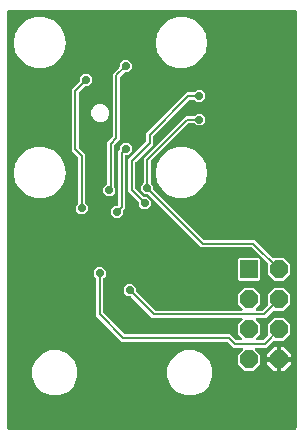
<source format=gbr>
G04 EAGLE Gerber RS-274X export*
G75*
%MOMM*%
%FSLAX34Y34*%
%LPD*%
%INBottom Copper*%
%IPPOS*%
%AMOC8*
5,1,8,0,0,1.08239X$1,22.5*%
G01*
%ADD10R,1.524000X1.524000*%
%ADD11P,1.649562X8X292.500000*%
%ADD12P,0.654629X8X22.500000*%
%ADD13C,0.203200*%

G36*
X246502Y2549D02*
X246502Y2549D01*
X246560Y2547D01*
X246642Y2569D01*
X246726Y2581D01*
X246779Y2604D01*
X246835Y2619D01*
X246908Y2662D01*
X246985Y2697D01*
X247030Y2735D01*
X247080Y2764D01*
X247138Y2826D01*
X247202Y2880D01*
X247234Y2929D01*
X247274Y2972D01*
X247313Y3047D01*
X247360Y3117D01*
X247377Y3173D01*
X247404Y3225D01*
X247415Y3293D01*
X247445Y3388D01*
X247448Y3488D01*
X247459Y3556D01*
X247459Y356444D01*
X247451Y356502D01*
X247453Y356560D01*
X247431Y356642D01*
X247419Y356726D01*
X247396Y356779D01*
X247381Y356835D01*
X247338Y356908D01*
X247303Y356985D01*
X247265Y357030D01*
X247236Y357080D01*
X247174Y357138D01*
X247120Y357202D01*
X247071Y357234D01*
X247028Y357274D01*
X246953Y357313D01*
X246883Y357360D01*
X246827Y357377D01*
X246775Y357404D01*
X246707Y357415D01*
X246612Y357445D01*
X246512Y357448D01*
X246444Y357459D01*
X3556Y357459D01*
X3498Y357451D01*
X3440Y357453D01*
X3358Y357431D01*
X3274Y357419D01*
X3221Y357396D01*
X3165Y357381D01*
X3092Y357338D01*
X3015Y357303D01*
X2970Y357265D01*
X2920Y357236D01*
X2862Y357174D01*
X2798Y357120D01*
X2766Y357071D01*
X2726Y357028D01*
X2687Y356953D01*
X2640Y356883D01*
X2623Y356827D01*
X2596Y356775D01*
X2585Y356707D01*
X2555Y356612D01*
X2552Y356512D01*
X2541Y356444D01*
X2541Y3556D01*
X2549Y3498D01*
X2547Y3440D01*
X2569Y3358D01*
X2581Y3274D01*
X2604Y3221D01*
X2619Y3165D01*
X2662Y3092D01*
X2697Y3015D01*
X2735Y2970D01*
X2764Y2920D01*
X2826Y2862D01*
X2880Y2798D01*
X2929Y2766D01*
X2972Y2726D01*
X3047Y2687D01*
X3117Y2640D01*
X3173Y2623D01*
X3225Y2596D01*
X3293Y2585D01*
X3388Y2555D01*
X3488Y2552D01*
X3556Y2541D01*
X246444Y2541D01*
X246502Y2549D01*
G37*
%LPC*%
G36*
X203302Y52247D02*
X203302Y52247D01*
X197647Y57902D01*
X197647Y65898D01*
X201967Y70218D01*
X201985Y70242D01*
X202007Y70261D01*
X202070Y70355D01*
X202138Y70445D01*
X202148Y70473D01*
X202165Y70497D01*
X202199Y70605D01*
X202239Y70711D01*
X202242Y70740D01*
X202251Y70768D01*
X202253Y70882D01*
X202263Y70994D01*
X202257Y71023D01*
X202258Y71052D01*
X202229Y71162D01*
X202207Y71273D01*
X202193Y71299D01*
X202186Y71327D01*
X202128Y71425D01*
X202076Y71525D01*
X202056Y71547D01*
X202041Y71572D01*
X201958Y71649D01*
X201880Y71731D01*
X201855Y71746D01*
X201833Y71766D01*
X201733Y71818D01*
X201635Y71875D01*
X201606Y71882D01*
X201580Y71896D01*
X201503Y71909D01*
X201359Y71945D01*
X201297Y71943D01*
X201249Y71951D01*
X193737Y71951D01*
X189035Y76654D01*
X188965Y76706D01*
X188901Y76766D01*
X188851Y76792D01*
X188807Y76825D01*
X188726Y76856D01*
X188648Y76896D01*
X188600Y76904D01*
X188542Y76926D01*
X188394Y76938D01*
X188317Y76951D01*
X99710Y76951D01*
X77901Y98760D01*
X77901Y130477D01*
X77893Y130533D01*
X77895Y130579D01*
X77888Y130605D01*
X77886Y130651D01*
X77869Y130704D01*
X77861Y130758D01*
X77828Y130832D01*
X77823Y130854D01*
X77818Y130861D01*
X77799Y130921D01*
X77771Y130961D01*
X77745Y131018D01*
X77678Y131097D01*
X77678Y131098D01*
X77676Y131099D01*
X77649Y131131D01*
X77604Y131195D01*
X75893Y132905D01*
X75893Y137095D01*
X78855Y140057D01*
X83045Y140057D01*
X86007Y137095D01*
X86007Y132905D01*
X84296Y131195D01*
X84244Y131125D01*
X84184Y131061D01*
X84158Y131012D01*
X84125Y130968D01*
X84102Y130906D01*
X84098Y130901D01*
X84093Y130884D01*
X84054Y130808D01*
X84046Y130760D01*
X84024Y130702D01*
X84020Y130653D01*
X84013Y130630D01*
X84011Y130548D01*
X83999Y130477D01*
X83999Y101706D01*
X84011Y101619D01*
X84014Y101532D01*
X84031Y101479D01*
X84039Y101424D01*
X84074Y101345D01*
X84101Y101261D01*
X84129Y101222D01*
X84155Y101165D01*
X84251Y101052D01*
X84296Y100988D01*
X101938Y83346D01*
X102008Y83294D01*
X102072Y83234D01*
X102121Y83208D01*
X102165Y83175D01*
X102247Y83144D01*
X102325Y83104D01*
X102372Y83096D01*
X102431Y83074D01*
X102579Y83062D01*
X102656Y83049D01*
X191263Y83049D01*
X195965Y78346D01*
X196035Y78294D01*
X196099Y78234D01*
X196149Y78208D01*
X196193Y78175D01*
X196274Y78144D01*
X196352Y78104D01*
X196400Y78096D01*
X196458Y78074D01*
X196606Y78062D01*
X196683Y78049D01*
X200449Y78049D01*
X200478Y78053D01*
X200508Y78050D01*
X200619Y78073D01*
X200731Y78089D01*
X200757Y78101D01*
X200786Y78106D01*
X200887Y78158D01*
X200990Y78205D01*
X201013Y78224D01*
X201039Y78237D01*
X201121Y78315D01*
X201207Y78388D01*
X201223Y78413D01*
X201245Y78433D01*
X201302Y78531D01*
X201365Y78625D01*
X201374Y78653D01*
X201388Y78678D01*
X201416Y78788D01*
X201451Y78896D01*
X201451Y78926D01*
X201458Y78954D01*
X201455Y79067D01*
X201458Y79180D01*
X201450Y79209D01*
X201449Y79238D01*
X201415Y79346D01*
X201386Y79455D01*
X201371Y79481D01*
X201362Y79509D01*
X201316Y79572D01*
X201241Y79700D01*
X201195Y79743D01*
X201167Y79782D01*
X197647Y83302D01*
X197647Y91298D01*
X201567Y95218D01*
X201585Y95242D01*
X201607Y95261D01*
X201670Y95355D01*
X201738Y95445D01*
X201748Y95473D01*
X201765Y95497D01*
X201799Y95605D01*
X201839Y95711D01*
X201842Y95740D01*
X201851Y95768D01*
X201853Y95882D01*
X201863Y95994D01*
X201857Y96023D01*
X201858Y96052D01*
X201829Y96162D01*
X201807Y96273D01*
X201793Y96299D01*
X201786Y96327D01*
X201728Y96425D01*
X201676Y96525D01*
X201656Y96547D01*
X201641Y96572D01*
X201558Y96649D01*
X201480Y96731D01*
X201455Y96746D01*
X201433Y96766D01*
X201333Y96818D01*
X201235Y96875D01*
X201206Y96882D01*
X201180Y96896D01*
X201103Y96909D01*
X200959Y96945D01*
X200897Y96943D01*
X200849Y96951D01*
X125417Y96951D01*
X107393Y114976D01*
X107323Y115029D01*
X107259Y115089D01*
X107209Y115114D01*
X107165Y115147D01*
X107084Y115178D01*
X107006Y115218D01*
X106958Y115226D01*
X106900Y115248D01*
X106752Y115261D01*
X106675Y115274D01*
X104255Y115274D01*
X101293Y118236D01*
X101293Y122425D01*
X104255Y125387D01*
X108445Y125387D01*
X111407Y122425D01*
X111407Y120006D01*
X111419Y119919D01*
X111422Y119832D01*
X111439Y119779D01*
X111447Y119724D01*
X111482Y119644D01*
X111509Y119561D01*
X111537Y119522D01*
X111563Y119465D01*
X111659Y119351D01*
X111704Y119288D01*
X127646Y103346D01*
X127716Y103294D01*
X127779Y103234D01*
X127829Y103208D01*
X127873Y103175D01*
X127955Y103144D01*
X128033Y103104D01*
X128080Y103096D01*
X128139Y103074D01*
X128286Y103062D01*
X128364Y103049D01*
X200849Y103049D01*
X200878Y103053D01*
X200908Y103050D01*
X201019Y103073D01*
X201131Y103089D01*
X201157Y103101D01*
X201186Y103106D01*
X201287Y103158D01*
X201390Y103205D01*
X201413Y103224D01*
X201439Y103237D01*
X201521Y103315D01*
X201607Y103388D01*
X201623Y103413D01*
X201645Y103433D01*
X201702Y103531D01*
X201765Y103625D01*
X201774Y103653D01*
X201788Y103678D01*
X201816Y103788D01*
X201851Y103896D01*
X201851Y103926D01*
X201858Y103954D01*
X201855Y104067D01*
X201858Y104180D01*
X201850Y104209D01*
X201849Y104238D01*
X201815Y104346D01*
X201786Y104455D01*
X201771Y104481D01*
X201762Y104509D01*
X201716Y104572D01*
X201641Y104700D01*
X201639Y104701D01*
X201639Y104702D01*
X201595Y104743D01*
X201567Y104782D01*
X197647Y108702D01*
X197647Y116698D01*
X203302Y122353D01*
X211298Y122353D01*
X216953Y116698D01*
X216953Y108702D01*
X213033Y104782D01*
X213016Y104759D01*
X212995Y104741D01*
X212994Y104741D01*
X212993Y104739D01*
X212930Y104645D01*
X212862Y104555D01*
X212852Y104527D01*
X212835Y104503D01*
X212801Y104395D01*
X212761Y104289D01*
X212758Y104260D01*
X212749Y104232D01*
X212747Y104118D01*
X212737Y104006D01*
X212743Y103977D01*
X212742Y103948D01*
X212771Y103838D01*
X212793Y103727D01*
X212807Y103701D01*
X212814Y103673D01*
X212872Y103575D01*
X212924Y103475D01*
X212944Y103453D01*
X212959Y103428D01*
X213042Y103351D01*
X213120Y103269D01*
X213145Y103254D01*
X213167Y103234D01*
X213267Y103182D01*
X213365Y103125D01*
X213394Y103118D01*
X213420Y103104D01*
X213497Y103091D01*
X213641Y103055D01*
X213703Y103057D01*
X213751Y103049D01*
X218317Y103049D01*
X218403Y103061D01*
X218491Y103064D01*
X218543Y103081D01*
X218598Y103089D01*
X218678Y103124D01*
X218761Y103151D01*
X218800Y103179D01*
X218858Y103205D01*
X218971Y103301D01*
X219035Y103346D01*
X223001Y107312D01*
X223036Y107359D01*
X223078Y107399D01*
X223121Y107472D01*
X223172Y107540D01*
X223193Y107594D01*
X223222Y107645D01*
X223243Y107726D01*
X223273Y107805D01*
X223278Y107863D01*
X223292Y107920D01*
X223290Y108005D01*
X223297Y108089D01*
X223285Y108146D01*
X223283Y108204D01*
X223257Y108285D01*
X223241Y108367D01*
X223214Y108419D01*
X223196Y108475D01*
X223156Y108531D01*
X223110Y108620D01*
X223047Y108685D01*
X223047Y116698D01*
X228702Y122353D01*
X236698Y122353D01*
X242353Y116698D01*
X242353Y108702D01*
X236698Y103047D01*
X228691Y103047D01*
X228661Y103078D01*
X228588Y103121D01*
X228521Y103172D01*
X228466Y103193D01*
X228416Y103222D01*
X228334Y103243D01*
X228255Y103273D01*
X228197Y103278D01*
X228140Y103292D01*
X228056Y103290D01*
X227972Y103297D01*
X227915Y103285D01*
X227856Y103283D01*
X227776Y103257D01*
X227693Y103241D01*
X227641Y103214D01*
X227586Y103196D01*
X227530Y103156D01*
X227441Y103110D01*
X227369Y103041D01*
X227312Y103001D01*
X223346Y99035D01*
X223346Y99034D01*
X221263Y96951D01*
X213751Y96951D01*
X213722Y96947D01*
X213692Y96950D01*
X213581Y96927D01*
X213469Y96911D01*
X213443Y96899D01*
X213414Y96894D01*
X213313Y96842D01*
X213210Y96795D01*
X213187Y96776D01*
X213161Y96763D01*
X213079Y96685D01*
X212993Y96612D01*
X212977Y96587D01*
X212955Y96567D01*
X212898Y96469D01*
X212835Y96375D01*
X212826Y96347D01*
X212812Y96322D01*
X212784Y96212D01*
X212749Y96104D01*
X212749Y96074D01*
X212742Y96046D01*
X212745Y95933D01*
X212742Y95820D01*
X212750Y95791D01*
X212751Y95762D01*
X212785Y95654D01*
X212814Y95545D01*
X212829Y95519D01*
X212838Y95491D01*
X212884Y95428D01*
X212959Y95300D01*
X213005Y95257D01*
X213033Y95218D01*
X216953Y91298D01*
X216953Y83302D01*
X213433Y79782D01*
X213415Y79758D01*
X213393Y79739D01*
X213330Y79645D01*
X213262Y79555D01*
X213252Y79527D01*
X213235Y79503D01*
X213201Y79395D01*
X213161Y79289D01*
X213158Y79260D01*
X213149Y79232D01*
X213147Y79118D01*
X213137Y79006D01*
X213143Y78977D01*
X213142Y78948D01*
X213171Y78838D01*
X213193Y78727D01*
X213207Y78701D01*
X213214Y78673D01*
X213272Y78575D01*
X213324Y78475D01*
X213344Y78453D01*
X213359Y78428D01*
X213442Y78351D01*
X213520Y78269D01*
X213545Y78254D01*
X213567Y78234D01*
X213667Y78182D01*
X213765Y78125D01*
X213794Y78118D01*
X213820Y78104D01*
X213897Y78091D01*
X214041Y78055D01*
X214103Y78057D01*
X214151Y78049D01*
X218717Y78049D01*
X218803Y78061D01*
X218891Y78064D01*
X218943Y78081D01*
X218998Y78089D01*
X219078Y78124D01*
X219161Y78151D01*
X219200Y78179D01*
X219258Y78205D01*
X219371Y78301D01*
X219435Y78346D01*
X223001Y81912D01*
X223036Y81959D01*
X223078Y81999D01*
X223121Y82072D01*
X223172Y82140D01*
X223193Y82194D01*
X223222Y82245D01*
X223243Y82326D01*
X223273Y82405D01*
X223278Y82463D01*
X223292Y82520D01*
X223290Y82605D01*
X223297Y82689D01*
X223285Y82746D01*
X223283Y82804D01*
X223257Y82885D01*
X223241Y82967D01*
X223214Y83019D01*
X223196Y83075D01*
X223156Y83131D01*
X223110Y83220D01*
X223047Y83285D01*
X223047Y91298D01*
X228702Y96953D01*
X236698Y96953D01*
X242353Y91298D01*
X242353Y83302D01*
X236698Y77647D01*
X228691Y77647D01*
X228661Y77678D01*
X228588Y77721D01*
X228521Y77772D01*
X228466Y77793D01*
X228416Y77822D01*
X228334Y77843D01*
X228255Y77873D01*
X228197Y77878D01*
X228140Y77892D01*
X228056Y77890D01*
X227972Y77897D01*
X227915Y77885D01*
X227856Y77883D01*
X227776Y77857D01*
X227693Y77841D01*
X227641Y77814D01*
X227586Y77796D01*
X227530Y77756D01*
X227441Y77710D01*
X227369Y77641D01*
X227312Y77601D01*
X221663Y71951D01*
X213351Y71951D01*
X213322Y71947D01*
X213292Y71950D01*
X213181Y71927D01*
X213069Y71911D01*
X213043Y71899D01*
X213014Y71894D01*
X212913Y71842D01*
X212810Y71795D01*
X212787Y71776D01*
X212761Y71763D01*
X212679Y71685D01*
X212593Y71612D01*
X212577Y71587D01*
X212555Y71567D01*
X212498Y71469D01*
X212435Y71375D01*
X212426Y71347D01*
X212412Y71322D01*
X212384Y71212D01*
X212349Y71104D01*
X212349Y71074D01*
X212342Y71046D01*
X212345Y70933D01*
X212342Y70820D01*
X212350Y70791D01*
X212351Y70762D01*
X212385Y70654D01*
X212414Y70545D01*
X212429Y70519D01*
X212438Y70491D01*
X212484Y70428D01*
X212559Y70300D01*
X212605Y70257D01*
X212633Y70218D01*
X216953Y65898D01*
X216953Y57902D01*
X211298Y52247D01*
X203302Y52247D01*
G37*
%LPD*%
%LPC*%
G36*
X228702Y128447D02*
X228702Y128447D01*
X223047Y134102D01*
X223047Y142109D01*
X223078Y142139D01*
X223121Y142212D01*
X223172Y142279D01*
X223193Y142334D01*
X223222Y142384D01*
X223243Y142466D01*
X223273Y142545D01*
X223278Y142603D01*
X223292Y142660D01*
X223290Y142744D01*
X223297Y142828D01*
X223285Y142885D01*
X223283Y142944D01*
X223257Y143024D01*
X223241Y143107D01*
X223214Y143159D01*
X223196Y143214D01*
X223156Y143270D01*
X223110Y143359D01*
X223041Y143431D01*
X223001Y143488D01*
X209835Y156654D01*
X209765Y156706D01*
X209701Y156766D01*
X209651Y156792D01*
X209607Y156825D01*
X209526Y156856D01*
X209448Y156896D01*
X209400Y156904D01*
X209342Y156926D01*
X209194Y156938D01*
X209117Y156951D01*
X166737Y156951D01*
X122043Y201646D01*
X121973Y201698D01*
X121909Y201758D01*
X121859Y201784D01*
X121815Y201817D01*
X121734Y201848D01*
X121656Y201888D01*
X121608Y201896D01*
X121550Y201918D01*
X121402Y201930D01*
X121325Y201943D01*
X118905Y201943D01*
X115943Y204905D01*
X115943Y209095D01*
X117654Y210805D01*
X117706Y210875D01*
X117766Y210939D01*
X117792Y210988D01*
X117825Y211032D01*
X117856Y211114D01*
X117896Y211192D01*
X117904Y211240D01*
X117926Y211298D01*
X117938Y211446D01*
X117951Y211523D01*
X117951Y232263D01*
X153737Y268049D01*
X160477Y268049D01*
X160564Y268061D01*
X160651Y268064D01*
X160704Y268081D01*
X160758Y268089D01*
X160838Y268124D01*
X160921Y268151D01*
X160961Y268179D01*
X161018Y268205D01*
X161131Y268301D01*
X161195Y268346D01*
X162905Y270057D01*
X167095Y270057D01*
X170057Y267095D01*
X170057Y262905D01*
X167095Y259943D01*
X162905Y259943D01*
X161195Y261654D01*
X161125Y261706D01*
X161061Y261766D01*
X161012Y261792D01*
X160968Y261825D01*
X160886Y261856D01*
X160808Y261896D01*
X160760Y261904D01*
X160702Y261926D01*
X160554Y261938D01*
X160477Y261951D01*
X156683Y261951D01*
X156597Y261939D01*
X156509Y261936D01*
X156457Y261919D01*
X156402Y261911D01*
X156322Y261876D01*
X156239Y261849D01*
X156200Y261821D01*
X156142Y261795D01*
X156029Y261699D01*
X155965Y261654D01*
X124346Y230035D01*
X124294Y229965D01*
X124234Y229901D01*
X124208Y229851D01*
X124175Y229807D01*
X124144Y229726D01*
X124104Y229648D01*
X124096Y229600D01*
X124074Y229542D01*
X124062Y229394D01*
X124049Y229317D01*
X124049Y211523D01*
X124061Y211436D01*
X124064Y211349D01*
X124081Y211296D01*
X124089Y211242D01*
X124124Y211162D01*
X124151Y211079D01*
X124179Y211039D01*
X124205Y210982D01*
X124301Y210869D01*
X124346Y210805D01*
X126057Y209095D01*
X126057Y206675D01*
X126069Y206589D01*
X126072Y206501D01*
X126089Y206449D01*
X126097Y206394D01*
X126132Y206314D01*
X126159Y206231D01*
X126187Y206192D01*
X126213Y206134D01*
X126309Y206021D01*
X126354Y205957D01*
X168965Y163346D01*
X169035Y163294D01*
X169099Y163234D01*
X169149Y163208D01*
X169193Y163175D01*
X169274Y163144D01*
X169352Y163104D01*
X169400Y163096D01*
X169458Y163074D01*
X169606Y163062D01*
X169683Y163049D01*
X212063Y163049D01*
X214146Y160966D01*
X214146Y160965D01*
X227312Y147799D01*
X227359Y147764D01*
X227399Y147722D01*
X227472Y147679D01*
X227540Y147628D01*
X227594Y147607D01*
X227645Y147578D01*
X227726Y147557D01*
X227805Y147527D01*
X227863Y147522D01*
X227920Y147508D01*
X228005Y147510D01*
X228089Y147503D01*
X228146Y147515D01*
X228204Y147517D01*
X228285Y147543D01*
X228367Y147559D01*
X228419Y147586D01*
X228475Y147604D01*
X228531Y147644D01*
X228620Y147690D01*
X228685Y147753D01*
X236698Y147753D01*
X242353Y142098D01*
X242353Y134102D01*
X236698Y128447D01*
X228702Y128447D01*
G37*
%LPD*%
%LPC*%
G36*
X146193Y308409D02*
X146193Y308409D01*
X139038Y311013D01*
X133205Y315908D01*
X129398Y322502D01*
X128076Y330000D01*
X129398Y337498D01*
X133205Y344092D01*
X139038Y348987D01*
X146193Y351591D01*
X153807Y351591D01*
X160962Y348987D01*
X166795Y344092D01*
X170602Y337498D01*
X171924Y330000D01*
X170602Y322502D01*
X166795Y315908D01*
X160962Y311013D01*
X153807Y308409D01*
X146193Y308409D01*
G37*
%LPD*%
%LPC*%
G36*
X146193Y198409D02*
X146193Y198409D01*
X139038Y201013D01*
X133205Y205908D01*
X129398Y212502D01*
X128076Y220000D01*
X129398Y227498D01*
X133205Y234092D01*
X139038Y238987D01*
X146193Y241591D01*
X153807Y241591D01*
X160962Y238987D01*
X166795Y234092D01*
X170602Y227498D01*
X171924Y220000D01*
X170602Y212502D01*
X166795Y205908D01*
X160962Y201013D01*
X153807Y198409D01*
X146193Y198409D01*
G37*
%LPD*%
%LPC*%
G36*
X26193Y308409D02*
X26193Y308409D01*
X19038Y311013D01*
X13205Y315908D01*
X9398Y322502D01*
X8076Y330000D01*
X9398Y337498D01*
X13205Y344092D01*
X19038Y348987D01*
X26193Y351591D01*
X33807Y351591D01*
X40962Y348987D01*
X46795Y344092D01*
X50602Y337498D01*
X51924Y330000D01*
X50602Y322502D01*
X46795Y315908D01*
X40962Y311013D01*
X33807Y308409D01*
X26193Y308409D01*
G37*
%LPD*%
%LPC*%
G36*
X26193Y198409D02*
X26193Y198409D01*
X19038Y201013D01*
X13205Y205908D01*
X9398Y212502D01*
X8076Y220000D01*
X9398Y227498D01*
X13205Y234092D01*
X19038Y238987D01*
X26193Y241591D01*
X33807Y241591D01*
X40962Y238987D01*
X46795Y234092D01*
X50602Y227498D01*
X51924Y220000D01*
X50602Y212502D01*
X46795Y205908D01*
X40962Y201013D01*
X33807Y198409D01*
X26193Y198409D01*
G37*
%LPD*%
%LPC*%
G36*
X153363Y31459D02*
X153363Y31459D01*
X146364Y34358D01*
X141008Y39714D01*
X138109Y46713D01*
X138109Y54287D01*
X141008Y61286D01*
X146364Y66642D01*
X153363Y69541D01*
X160937Y69541D01*
X167936Y66642D01*
X173292Y61286D01*
X176191Y54287D01*
X176191Y46713D01*
X173292Y39714D01*
X167936Y34358D01*
X160937Y31459D01*
X153363Y31459D01*
G37*
%LPD*%
%LPC*%
G36*
X39063Y31459D02*
X39063Y31459D01*
X32064Y34358D01*
X26708Y39714D01*
X23809Y46713D01*
X23809Y54287D01*
X26708Y61286D01*
X32064Y66642D01*
X39063Y69541D01*
X46637Y69541D01*
X53636Y66642D01*
X58992Y61286D01*
X61891Y54287D01*
X61891Y46713D01*
X58992Y39714D01*
X53636Y34358D01*
X46637Y31459D01*
X39063Y31459D01*
G37*
%LPD*%
%LPC*%
G36*
X116955Y188893D02*
X116955Y188893D01*
X113993Y191855D01*
X113993Y194275D01*
X113981Y194361D01*
X113978Y194449D01*
X113961Y194501D01*
X113953Y194556D01*
X113918Y194636D01*
X113891Y194719D01*
X113863Y194758D01*
X113837Y194816D01*
X113741Y194929D01*
X113696Y194993D01*
X104951Y203737D01*
X104951Y231263D01*
X119654Y245965D01*
X119706Y246035D01*
X119766Y246099D01*
X119792Y246149D01*
X119825Y246193D01*
X119856Y246274D01*
X119896Y246352D01*
X119904Y246400D01*
X119926Y246458D01*
X119938Y246606D01*
X119951Y246683D01*
X119951Y253263D01*
X154737Y288049D01*
X160477Y288049D01*
X160564Y288061D01*
X160651Y288064D01*
X160704Y288081D01*
X160758Y288089D01*
X160838Y288124D01*
X160921Y288151D01*
X160961Y288179D01*
X161018Y288205D01*
X161131Y288301D01*
X161195Y288346D01*
X162905Y290057D01*
X167095Y290057D01*
X170057Y287095D01*
X170057Y282905D01*
X167095Y279943D01*
X162905Y279943D01*
X161195Y281654D01*
X161125Y281706D01*
X161061Y281766D01*
X161012Y281792D01*
X160968Y281825D01*
X160886Y281856D01*
X160808Y281896D01*
X160760Y281904D01*
X160702Y281926D01*
X160554Y281938D01*
X160477Y281951D01*
X157683Y281951D01*
X157597Y281939D01*
X157509Y281936D01*
X157457Y281919D01*
X157402Y281911D01*
X157322Y281876D01*
X157239Y281849D01*
X157200Y281821D01*
X157142Y281795D01*
X157029Y281699D01*
X156965Y281654D01*
X126346Y251035D01*
X126294Y250965D01*
X126234Y250901D01*
X126208Y250851D01*
X126175Y250807D01*
X126144Y250726D01*
X126104Y250648D01*
X126096Y250600D01*
X126074Y250542D01*
X126065Y250438D01*
X126063Y250430D01*
X126062Y250396D01*
X126062Y250394D01*
X126049Y250317D01*
X126049Y243737D01*
X111346Y229035D01*
X111294Y228965D01*
X111234Y228901D01*
X111208Y228851D01*
X111175Y228807D01*
X111144Y228726D01*
X111104Y228648D01*
X111096Y228600D01*
X111074Y228542D01*
X111062Y228394D01*
X111049Y228317D01*
X111049Y206683D01*
X111061Y206597D01*
X111064Y206509D01*
X111081Y206457D01*
X111089Y206402D01*
X111124Y206322D01*
X111151Y206239D01*
X111179Y206200D01*
X111205Y206142D01*
X111301Y206029D01*
X111346Y205965D01*
X118007Y199304D01*
X118077Y199252D01*
X118141Y199192D01*
X118191Y199166D01*
X118235Y199133D01*
X118316Y199102D01*
X118394Y199062D01*
X118442Y199054D01*
X118500Y199032D01*
X118648Y199020D01*
X118725Y199007D01*
X121145Y199007D01*
X124107Y196045D01*
X124107Y191855D01*
X121145Y188893D01*
X116955Y188893D01*
G37*
%LPD*%
%LPC*%
G36*
X63405Y184943D02*
X63405Y184943D01*
X60443Y187905D01*
X60443Y192095D01*
X62154Y193805D01*
X62206Y193875D01*
X62266Y193939D01*
X62292Y193988D01*
X62325Y194032D01*
X62356Y194114D01*
X62396Y194192D01*
X62404Y194240D01*
X62426Y194298D01*
X62438Y194446D01*
X62451Y194523D01*
X62451Y232817D01*
X62439Y232903D01*
X62436Y232991D01*
X62419Y233043D01*
X62411Y233098D01*
X62376Y233178D01*
X62349Y233261D01*
X62321Y233300D01*
X62295Y233358D01*
X62199Y233471D01*
X62154Y233535D01*
X56951Y238737D01*
X56951Y290263D01*
X64146Y297457D01*
X64198Y297527D01*
X64258Y297591D01*
X64284Y297641D01*
X64317Y297685D01*
X64348Y297766D01*
X64388Y297844D01*
X64396Y297892D01*
X64418Y297950D01*
X64430Y298098D01*
X64443Y298175D01*
X64443Y300595D01*
X67405Y303557D01*
X71595Y303557D01*
X74557Y300595D01*
X74557Y296405D01*
X71595Y293443D01*
X69175Y293443D01*
X69089Y293431D01*
X69001Y293428D01*
X68949Y293411D01*
X68894Y293403D01*
X68814Y293368D01*
X68731Y293341D01*
X68692Y293313D01*
X68634Y293287D01*
X68521Y293191D01*
X68457Y293146D01*
X63346Y288035D01*
X63294Y287965D01*
X63234Y287901D01*
X63208Y287851D01*
X63175Y287807D01*
X63144Y287726D01*
X63104Y287648D01*
X63096Y287600D01*
X63074Y287542D01*
X63062Y287394D01*
X63049Y287317D01*
X63049Y241683D01*
X63061Y241597D01*
X63064Y241509D01*
X63081Y241457D01*
X63089Y241402D01*
X63124Y241322D01*
X63151Y241239D01*
X63179Y241200D01*
X63205Y241142D01*
X63301Y241029D01*
X63346Y240965D01*
X68549Y235763D01*
X68549Y194523D01*
X68561Y194436D01*
X68564Y194349D01*
X68581Y194296D01*
X68589Y194242D01*
X68624Y194162D01*
X68651Y194079D01*
X68679Y194039D01*
X68705Y193982D01*
X68801Y193869D01*
X68846Y193805D01*
X70557Y192095D01*
X70557Y187905D01*
X67595Y184943D01*
X63405Y184943D01*
G37*
%LPD*%
%LPC*%
G36*
X86905Y199943D02*
X86905Y199943D01*
X83943Y202905D01*
X83943Y207095D01*
X86654Y209805D01*
X86706Y209875D01*
X86766Y209939D01*
X86792Y209988D01*
X86825Y210032D01*
X86856Y210114D01*
X86896Y210192D01*
X86904Y210240D01*
X86926Y210298D01*
X86938Y210446D01*
X86951Y210523D01*
X86951Y245263D01*
X91654Y249965D01*
X91706Y250035D01*
X91766Y250099D01*
X91792Y250149D01*
X91825Y250193D01*
X91856Y250274D01*
X91896Y250352D01*
X91904Y250400D01*
X91926Y250458D01*
X91938Y250606D01*
X91951Y250683D01*
X91951Y303563D01*
X97346Y308957D01*
X97398Y309027D01*
X97458Y309091D01*
X97484Y309141D01*
X97517Y309185D01*
X97548Y309266D01*
X97588Y309344D01*
X97596Y309392D01*
X97618Y309450D01*
X97630Y309598D01*
X97643Y309675D01*
X97643Y312095D01*
X100605Y315057D01*
X104795Y315057D01*
X107757Y312095D01*
X107757Y307905D01*
X104795Y304943D01*
X102375Y304943D01*
X102289Y304931D01*
X102201Y304928D01*
X102149Y304911D01*
X102094Y304903D01*
X102014Y304868D01*
X101931Y304841D01*
X101892Y304813D01*
X101834Y304787D01*
X101721Y304691D01*
X101657Y304646D01*
X98346Y301335D01*
X98294Y301265D01*
X98234Y301201D01*
X98208Y301151D01*
X98175Y301107D01*
X98144Y301026D01*
X98104Y300948D01*
X98096Y300900D01*
X98074Y300842D01*
X98062Y300694D01*
X98049Y300617D01*
X98049Y247737D01*
X93346Y243035D01*
X93294Y242965D01*
X93234Y242901D01*
X93208Y242851D01*
X93175Y242807D01*
X93144Y242726D01*
X93104Y242648D01*
X93096Y242600D01*
X93074Y242542D01*
X93062Y242394D01*
X93049Y242317D01*
X93049Y208523D01*
X93061Y208436D01*
X93064Y208349D01*
X93081Y208296D01*
X93089Y208242D01*
X93124Y208162D01*
X93151Y208079D01*
X93179Y208039D01*
X93205Y207982D01*
X93301Y207869D01*
X93346Y207805D01*
X94057Y207095D01*
X94057Y202905D01*
X91095Y199943D01*
X86905Y199943D01*
G37*
%LPD*%
%LPC*%
G36*
X93405Y181943D02*
X93405Y181943D01*
X90443Y184905D01*
X90443Y189095D01*
X93405Y192057D01*
X95436Y192057D01*
X95494Y192065D01*
X95552Y192063D01*
X95634Y192085D01*
X95718Y192097D01*
X95771Y192120D01*
X95827Y192135D01*
X95900Y192178D01*
X95977Y192213D01*
X96022Y192251D01*
X96072Y192280D01*
X96130Y192342D01*
X96194Y192396D01*
X96226Y192445D01*
X96266Y192488D01*
X96305Y192563D01*
X96352Y192633D01*
X96369Y192689D01*
X96396Y192741D01*
X96407Y192809D01*
X96437Y192904D01*
X96440Y193004D01*
X96451Y193072D01*
X96451Y238263D01*
X97346Y239157D01*
X97398Y239227D01*
X97458Y239291D01*
X97484Y239341D01*
X97517Y239385D01*
X97548Y239466D01*
X97588Y239544D01*
X97596Y239592D01*
X97618Y239650D01*
X97630Y239798D01*
X97643Y239875D01*
X97643Y242295D01*
X100605Y245257D01*
X104795Y245257D01*
X107757Y242295D01*
X107757Y238105D01*
X104795Y235143D01*
X103564Y235143D01*
X103506Y235135D01*
X103448Y235137D01*
X103366Y235115D01*
X103282Y235103D01*
X103229Y235080D01*
X103173Y235065D01*
X103100Y235022D01*
X103023Y234987D01*
X102978Y234949D01*
X102928Y234920D01*
X102870Y234858D01*
X102806Y234804D01*
X102774Y234755D01*
X102734Y234712D01*
X102695Y234637D01*
X102648Y234567D01*
X102631Y234511D01*
X102604Y234459D01*
X102593Y234391D01*
X102563Y234296D01*
X102560Y234196D01*
X102549Y234128D01*
X102549Y189737D01*
X100854Y188043D01*
X100819Y187996D01*
X100814Y187992D01*
X100801Y187972D01*
X100742Y187909D01*
X100716Y187859D01*
X100683Y187815D01*
X100665Y187768D01*
X100656Y187755D01*
X100646Y187721D01*
X100612Y187656D01*
X100604Y187608D01*
X100582Y187550D01*
X100579Y187509D01*
X100571Y187484D01*
X100568Y187394D01*
X100557Y187325D01*
X100557Y184905D01*
X97595Y181943D01*
X93405Y181943D01*
G37*
%LPD*%
%LPC*%
G36*
X198838Y128447D02*
X198838Y128447D01*
X197647Y129638D01*
X197647Y146562D01*
X198838Y147753D01*
X215762Y147753D01*
X216953Y146562D01*
X216953Y129638D01*
X215762Y128447D01*
X198838Y128447D01*
G37*
%LPD*%
%LPC*%
G36*
X79900Y262959D02*
X79900Y262959D01*
X77128Y264107D01*
X75007Y266228D01*
X73859Y269000D01*
X73859Y272000D01*
X75007Y274772D01*
X77128Y276893D01*
X79900Y278041D01*
X82900Y278041D01*
X85672Y276893D01*
X87793Y274772D01*
X88941Y272000D01*
X88941Y269000D01*
X87793Y266228D01*
X85672Y264107D01*
X82900Y262959D01*
X79900Y262959D01*
G37*
%LPD*%
%LPC*%
G36*
X234731Y63931D02*
X234731Y63931D01*
X234731Y72061D01*
X236909Y72061D01*
X242861Y66109D01*
X242861Y63931D01*
X234731Y63931D01*
G37*
%LPD*%
%LPC*%
G36*
X222539Y63931D02*
X222539Y63931D01*
X222539Y66109D01*
X228491Y72061D01*
X230669Y72061D01*
X230669Y63931D01*
X222539Y63931D01*
G37*
%LPD*%
%LPC*%
G36*
X234731Y51739D02*
X234731Y51739D01*
X234731Y59869D01*
X242861Y59869D01*
X242861Y57691D01*
X236909Y51739D01*
X234731Y51739D01*
G37*
%LPD*%
%LPC*%
G36*
X228491Y51739D02*
X228491Y51739D01*
X222539Y57691D01*
X222539Y59869D01*
X230669Y59869D01*
X230669Y51739D01*
X228491Y51739D01*
G37*
%LPD*%
%LPC*%
G36*
X232699Y61899D02*
X232699Y61899D01*
X232699Y61901D01*
X232701Y61901D01*
X232701Y61899D01*
X232699Y61899D01*
G37*
%LPD*%
D10*
X207300Y138100D03*
D11*
X232700Y138100D03*
X207300Y112700D03*
X232700Y112700D03*
X207300Y87300D03*
X232700Y87300D03*
X207300Y61900D03*
X232700Y61900D03*
D12*
X130000Y290000D03*
X84000Y259000D03*
X84000Y282000D03*
X80000Y300000D03*
X112750Y187000D03*
X125250Y187000D03*
X83750Y240000D03*
X200000Y170000D03*
X87250Y187000D03*
X87250Y144000D03*
X74500Y144000D03*
X55500Y143000D03*
X55500Y187000D03*
X100000Y144000D03*
X112750Y144000D03*
X125500Y144000D03*
X150000Y190000D03*
X68000Y248000D03*
X187000Y295000D03*
X153000Y144000D03*
X10000Y40000D03*
X190000Y40000D03*
X165000Y275000D03*
X74500Y187000D03*
X114500Y224000D03*
X130000Y250000D03*
X142000Y261000D03*
X158000Y258000D03*
X171000Y242000D03*
X187000Y242000D03*
X111500Y248500D03*
X121000Y207000D03*
D13*
X121000Y231000D01*
D12*
X165000Y265000D03*
D13*
X155000Y265000D02*
X121000Y231000D01*
X155000Y265000D02*
X165000Y265000D01*
X210800Y160000D02*
X232700Y138100D01*
X210800Y160000D02*
X168000Y160000D01*
X121000Y207000D01*
D12*
X119050Y193950D03*
X165000Y285000D03*
D13*
X156000Y285000D01*
X108000Y205000D02*
X119050Y193950D01*
X123000Y252000D02*
X156000Y285000D01*
X123000Y252000D02*
X123000Y245000D01*
X108000Y230000D01*
X108000Y205000D01*
D12*
X89000Y205000D03*
X102700Y310000D03*
D13*
X95000Y302300D01*
X232700Y112700D02*
X220000Y100000D01*
X126680Y100000D01*
X106350Y120330D01*
X95000Y249000D02*
X95000Y302300D01*
X95000Y249000D02*
X90000Y244000D01*
X90000Y206000D01*
X89000Y205000D01*
D12*
X106350Y120330D03*
X102700Y240200D03*
D13*
X99500Y237000D01*
X99500Y215500D01*
D12*
X95500Y187000D03*
D13*
X99500Y191000D02*
X99500Y215500D01*
X99500Y191000D02*
X95500Y187000D01*
D12*
X80950Y135000D03*
D13*
X80950Y100023D01*
X100973Y80000D01*
X190000Y80000D01*
X195000Y75000D01*
X220400Y75000D01*
X232700Y87300D01*
D12*
X69500Y298500D03*
X65500Y190000D03*
D13*
X65500Y234500D01*
X60000Y240000D01*
X60000Y289000D01*
X69500Y298500D01*
M02*

</source>
